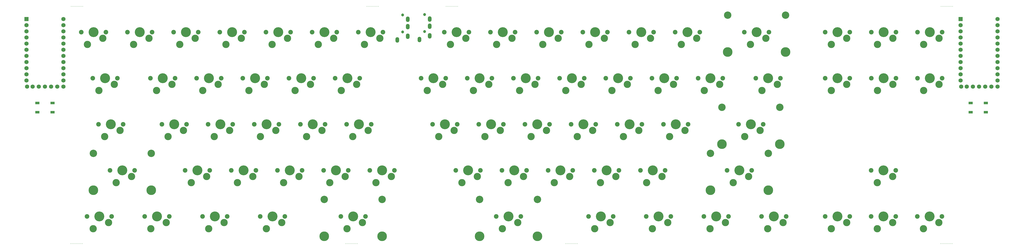
<source format=gbr>
G04 #@! TF.GenerationSoftware,KiCad,Pcbnew,(5.1.9)-1*
G04 #@! TF.CreationDate,2021-02-18T22:07:17-08:00*
G04 #@! TF.ProjectId,kujira,6b756a69-7261-42e6-9b69-6361645f7063,rev?*
G04 #@! TF.SameCoordinates,Original*
G04 #@! TF.FileFunction,Soldermask,Top*
G04 #@! TF.FilePolarity,Negative*
%FSLAX46Y46*%
G04 Gerber Fmt 4.6, Leading zero omitted, Abs format (unit mm)*
G04 Created by KiCad (PCBNEW (5.1.9)-1) date 2021-02-18 22:07:17*
%MOMM*%
%LPD*%
G01*
G04 APERTURE LIST*
%ADD10C,0.300000*%
%ADD11C,1.200000*%
%ADD12O,1.500000X2.300000*%
%ADD13R,1.700000X1.000000*%
%ADD14C,1.752600*%
%ADD15R,1.752600X1.752600*%
%ADD16C,4.100000*%
%ADD17C,1.900000*%
%ADD18C,3.000000*%
%ADD19C,3.987800*%
%ADD20C,1.750000*%
%ADD21C,3.048000*%
G04 APERTURE END LIST*
D10*
X43262500Y-133223000D03*
X42075000Y-133223000D03*
X43856250Y-133223000D03*
X42668750Y-133223000D03*
X46825000Y-133223000D03*
X46231250Y-133223000D03*
X45637500Y-133223000D03*
X45043750Y-133223000D03*
X44450000Y-133223000D03*
X156673500Y-133223000D03*
X155486000Y-133223000D03*
X157267250Y-133223000D03*
X156079750Y-133223000D03*
X160236000Y-133223000D03*
X159642250Y-133223000D03*
X159048500Y-133223000D03*
X158454750Y-133223000D03*
X157861000Y-133223000D03*
X247478500Y-133223000D03*
X246291000Y-133223000D03*
X248072250Y-133223000D03*
X246884750Y-133223000D03*
X251041000Y-133223000D03*
X250447250Y-133223000D03*
X249853500Y-133223000D03*
X249259750Y-133223000D03*
X248666000Y-133223000D03*
X402164500Y-133223000D03*
X400977000Y-133223000D03*
X402758250Y-133223000D03*
X401570750Y-133223000D03*
X405727000Y-133223000D03*
X405133250Y-133223000D03*
X404539500Y-133223000D03*
X403945750Y-133223000D03*
X403352000Y-133223000D03*
X402291500Y-35052000D03*
X401104000Y-35052000D03*
X402885250Y-35052000D03*
X401697750Y-35052000D03*
X405854000Y-35052000D03*
X405260250Y-35052000D03*
X404666500Y-35052000D03*
X404072750Y-35052000D03*
X403479000Y-35052000D03*
X198075500Y-35052000D03*
X196888000Y-35052000D03*
X198669250Y-35052000D03*
X197481750Y-35052000D03*
X201638000Y-35052000D03*
X201044250Y-35052000D03*
X200450500Y-35052000D03*
X199856750Y-35052000D03*
X199263000Y-35052000D03*
X165436500Y-35052000D03*
X164249000Y-35052000D03*
X166030250Y-35052000D03*
X164842750Y-35052000D03*
X168999000Y-35052000D03*
X168405250Y-35052000D03*
X167811500Y-35052000D03*
X167217750Y-35052000D03*
X166624000Y-35052000D03*
X43389500Y-35052000D03*
X42202000Y-35052000D03*
X43983250Y-35052000D03*
X42795750Y-35052000D03*
X46952000Y-35052000D03*
X46358250Y-35052000D03*
X45764500Y-35052000D03*
X45170750Y-35052000D03*
X44577000Y-35052000D03*
D11*
X178952000Y-38630000D03*
X178952000Y-45630000D03*
D12*
X181102000Y-40430000D03*
X181102000Y-43430000D03*
X181102000Y-47430000D03*
X176802000Y-48930000D03*
D11*
X188023500Y-38503000D03*
X188023500Y-45503000D03*
D12*
X190173500Y-40303000D03*
X190173500Y-43303000D03*
X190173500Y-47303000D03*
X185873500Y-48803000D03*
D13*
X28255000Y-75062000D03*
X34555000Y-75062000D03*
X28255000Y-78862000D03*
X34555000Y-78862000D03*
X419594500Y-78862000D03*
X413294500Y-78862000D03*
X419594500Y-75062000D03*
X413294500Y-75062000D03*
D14*
X26325000Y-68293000D03*
X28865000Y-68293000D03*
X31405000Y-68293000D03*
X33945000Y-68293000D03*
X36485000Y-68293000D03*
X39025000Y-40353000D03*
X24013600Y-68293000D03*
X39025000Y-42893000D03*
X39025000Y-45433000D03*
X39025000Y-47973000D03*
X39025000Y-50513000D03*
X39025000Y-53053000D03*
X39025000Y-55593000D03*
X39025000Y-58133000D03*
X39025000Y-60673000D03*
X39025000Y-63213000D03*
X39025000Y-65753000D03*
X39025000Y-68293000D03*
X23785000Y-65753000D03*
X23785000Y-63213000D03*
X23785000Y-60673000D03*
X23785000Y-58133000D03*
X23785000Y-55593000D03*
X23785000Y-53053000D03*
X23785000Y-50513000D03*
X23785000Y-47973000D03*
X23785000Y-45433000D03*
X23785000Y-42893000D03*
D15*
X23785000Y-40353000D03*
D16*
X132397500Y-102870000D03*
D17*
X127317500Y-102870000D03*
X137477500Y-102870000D03*
D18*
X136207500Y-105410000D03*
X129857500Y-107950000D03*
D19*
X58578750Y-83820000D03*
D20*
X63658750Y-83820000D03*
X53498750Y-83820000D03*
D16*
X58578750Y-83820000D03*
D17*
X53498750Y-83820000D03*
X63658750Y-83820000D03*
D18*
X62388750Y-86360000D03*
X56038750Y-88900000D03*
D16*
X56197500Y-64770000D03*
D17*
X51117500Y-64770000D03*
X61277500Y-64770000D03*
D18*
X60007500Y-67310000D03*
X53657500Y-69850000D03*
D16*
X396430500Y-121920000D03*
D17*
X391350500Y-121920000D03*
X401510500Y-121920000D03*
D18*
X400240500Y-124460000D03*
X393890500Y-127000000D03*
D16*
X377380500Y-121920000D03*
D17*
X372300500Y-121920000D03*
X382460500Y-121920000D03*
D18*
X381190500Y-124460000D03*
X374840500Y-127000000D03*
D16*
X358361500Y-121920000D03*
D17*
X353281500Y-121920000D03*
X363441500Y-121920000D03*
D18*
X362171500Y-124460000D03*
X355821500Y-127000000D03*
D16*
X377380500Y-102870000D03*
D17*
X372300500Y-102870000D03*
X382460500Y-102870000D03*
D18*
X381190500Y-105410000D03*
X374840500Y-107950000D03*
D16*
X396494000Y-64770000D03*
D17*
X391414000Y-64770000D03*
X401574000Y-64770000D03*
D18*
X400304000Y-67310000D03*
X393954000Y-69850000D03*
D16*
X377444000Y-64770000D03*
D17*
X372364000Y-64770000D03*
X382524000Y-64770000D03*
D18*
X381254000Y-67310000D03*
X374904000Y-69850000D03*
D16*
X358361500Y-64770000D03*
D17*
X353281500Y-64770000D03*
X363441500Y-64770000D03*
D18*
X362171500Y-67310000D03*
X355821500Y-69850000D03*
D16*
X396494000Y-45720000D03*
D17*
X391414000Y-45720000D03*
X401574000Y-45720000D03*
D18*
X400304000Y-48260000D03*
X393954000Y-50800000D03*
D16*
X377444000Y-45720000D03*
D17*
X372364000Y-45720000D03*
X382524000Y-45720000D03*
D18*
X381254000Y-48260000D03*
X374904000Y-50800000D03*
D16*
X358361500Y-45720000D03*
D17*
X353281500Y-45720000D03*
X363441500Y-45720000D03*
D18*
X362171500Y-48260000D03*
X355821500Y-50800000D03*
D16*
X122872500Y-83820000D03*
D17*
X117792500Y-83820000D03*
X127952500Y-83820000D03*
D18*
X126682500Y-86360000D03*
X120332500Y-88900000D03*
D19*
X63341250Y-102870000D03*
D20*
X58261250Y-102870000D03*
X68421250Y-102870000D03*
D21*
X51403250Y-95885000D03*
X75279250Y-95885000D03*
D19*
X51403250Y-111125000D03*
X75279250Y-111125000D03*
D16*
X63341250Y-102870000D03*
D17*
X58261250Y-102870000D03*
X68421250Y-102870000D03*
D18*
X67151250Y-105410000D03*
X60801250Y-107950000D03*
D16*
X51435000Y-45720000D03*
D17*
X46355000Y-45720000D03*
X56515000Y-45720000D03*
D18*
X55245000Y-48260000D03*
X48895000Y-50800000D03*
D19*
X284543500Y-121920000D03*
D20*
X279463500Y-121920000D03*
X289623500Y-121920000D03*
D16*
X284543500Y-121920000D03*
D17*
X279463500Y-121920000D03*
X289623500Y-121920000D03*
D18*
X288353500Y-124460000D03*
X282003500Y-127000000D03*
D16*
X272637250Y-83820000D03*
D17*
X267557250Y-83820000D03*
X277717250Y-83820000D03*
D18*
X276447250Y-86360000D03*
X270097250Y-88900000D03*
D16*
X201199750Y-45720000D03*
D17*
X196119750Y-45720000D03*
X206279750Y-45720000D03*
D18*
X205009750Y-48260000D03*
X198659750Y-50800000D03*
D19*
X325024750Y-45720000D03*
D20*
X319944750Y-45720000D03*
X330104750Y-45720000D03*
D21*
X313086750Y-38735000D03*
X336962750Y-38735000D03*
D19*
X313086750Y-53975000D03*
X336962750Y-53975000D03*
D16*
X325024750Y-45720000D03*
D17*
X319944750Y-45720000D03*
X330104750Y-45720000D03*
D18*
X328834750Y-48260000D03*
X322484750Y-50800000D03*
D19*
X322643500Y-83820000D03*
D20*
X317563500Y-83820000D03*
X327723500Y-83820000D03*
D21*
X310705500Y-76835000D03*
X334581500Y-76835000D03*
D19*
X310705500Y-92075000D03*
X334581500Y-92075000D03*
D16*
X322643500Y-83820000D03*
D17*
X317563500Y-83820000D03*
X327723500Y-83820000D03*
D18*
X326453500Y-86360000D03*
X320103500Y-88900000D03*
D16*
X329787250Y-64770000D03*
D17*
X324707250Y-64770000D03*
X334867250Y-64770000D03*
D18*
X333597250Y-67310000D03*
X327247250Y-69850000D03*
D19*
X158591250Y-121920000D03*
D20*
X153511250Y-121920000D03*
X163671250Y-121920000D03*
D21*
X146653250Y-114935000D03*
X170529250Y-114935000D03*
D19*
X146653250Y-130175000D03*
X170529250Y-130175000D03*
D16*
X158591250Y-121920000D03*
D17*
X153511250Y-121920000D03*
X163671250Y-121920000D03*
D18*
X162401250Y-124460000D03*
X156051250Y-127000000D03*
D19*
X125317250Y-121920000D03*
D20*
X120237250Y-121920000D03*
X130397250Y-121920000D03*
D16*
X125317250Y-121920000D03*
D17*
X120237250Y-121920000D03*
X130397250Y-121920000D03*
D18*
X129127250Y-124460000D03*
X122777250Y-127000000D03*
D19*
X101504750Y-121920000D03*
D20*
X96424750Y-121920000D03*
X106584750Y-121920000D03*
D16*
X101504750Y-121920000D03*
D17*
X96424750Y-121920000D03*
X106584750Y-121920000D03*
D18*
X105314750Y-124460000D03*
X98964750Y-127000000D03*
D19*
X77628750Y-121920000D03*
D20*
X72548750Y-121920000D03*
X82708750Y-121920000D03*
D16*
X77628750Y-121920000D03*
D17*
X72548750Y-121920000D03*
X82708750Y-121920000D03*
D18*
X81438750Y-124460000D03*
X75088750Y-127000000D03*
D19*
X53816250Y-121920000D03*
D20*
X48736250Y-121920000D03*
X58896250Y-121920000D03*
D16*
X53816250Y-121920000D03*
D17*
X48736250Y-121920000D03*
X58896250Y-121920000D03*
D18*
X57626250Y-124460000D03*
X51276250Y-127000000D03*
D19*
X332168500Y-121920000D03*
D20*
X327088500Y-121920000D03*
X337248500Y-121920000D03*
D16*
X332168500Y-121920000D03*
D17*
X327088500Y-121920000D03*
X337248500Y-121920000D03*
D18*
X335978500Y-124460000D03*
X329628500Y-127000000D03*
D19*
X308356000Y-121920000D03*
D20*
X303276000Y-121920000D03*
X313436000Y-121920000D03*
D16*
X308356000Y-121920000D03*
D17*
X303276000Y-121920000D03*
X313436000Y-121920000D03*
D18*
X312166000Y-124460000D03*
X305816000Y-127000000D03*
D16*
X170497500Y-102870000D03*
D17*
X165417500Y-102870000D03*
X175577500Y-102870000D03*
D18*
X174307500Y-105410000D03*
X167957500Y-107950000D03*
D16*
X151447500Y-102870000D03*
D17*
X146367500Y-102870000D03*
X156527500Y-102870000D03*
D18*
X155257500Y-105410000D03*
X148907500Y-107950000D03*
D16*
X282162250Y-102870000D03*
D17*
X277082250Y-102870000D03*
X287242250Y-102870000D03*
D18*
X285972250Y-105410000D03*
X279622250Y-107950000D03*
D16*
X263112250Y-102870000D03*
D17*
X258032250Y-102870000D03*
X268192250Y-102870000D03*
D18*
X266922250Y-105410000D03*
X260572250Y-107950000D03*
D16*
X225012250Y-102870000D03*
D17*
X219932250Y-102870000D03*
X230092250Y-102870000D03*
D18*
X228822250Y-105410000D03*
X222472250Y-107950000D03*
D16*
X205962250Y-102870000D03*
D17*
X200882250Y-102870000D03*
X211042250Y-102870000D03*
D18*
X209772250Y-105410000D03*
X203422250Y-107950000D03*
D16*
X160972500Y-83820000D03*
D17*
X155892500Y-83820000D03*
X166052500Y-83820000D03*
D18*
X164782500Y-86360000D03*
X158432500Y-88900000D03*
D16*
X141922500Y-83820000D03*
D17*
X136842500Y-83820000D03*
X147002500Y-83820000D03*
D18*
X145732500Y-86360000D03*
X139382500Y-88900000D03*
D16*
X103822500Y-83820000D03*
D17*
X98742500Y-83820000D03*
X108902500Y-83820000D03*
D18*
X107632500Y-86360000D03*
X101282500Y-88900000D03*
D16*
X84772500Y-83820000D03*
D17*
X79692500Y-83820000D03*
X89852500Y-83820000D03*
D18*
X88582500Y-86360000D03*
X82232500Y-88900000D03*
D16*
X291687250Y-83820000D03*
D17*
X286607250Y-83820000D03*
X296767250Y-83820000D03*
D18*
X295497250Y-86360000D03*
X289147250Y-88900000D03*
D16*
X253587250Y-83820000D03*
D17*
X248507250Y-83820000D03*
X258667250Y-83820000D03*
D18*
X257397250Y-86360000D03*
X251047250Y-88900000D03*
D16*
X196437250Y-83820000D03*
D17*
X191357250Y-83820000D03*
X201517250Y-83820000D03*
D18*
X200247250Y-86360000D03*
X193897250Y-88900000D03*
D16*
X156210000Y-64770000D03*
D17*
X151130000Y-64770000D03*
X161290000Y-64770000D03*
D18*
X160020000Y-67310000D03*
X153670000Y-69850000D03*
D16*
X137160000Y-64770000D03*
D17*
X132080000Y-64770000D03*
X142240000Y-64770000D03*
D18*
X140970000Y-67310000D03*
X134620000Y-69850000D03*
D16*
X118110000Y-64770000D03*
D17*
X113030000Y-64770000D03*
X123190000Y-64770000D03*
D18*
X121920000Y-67310000D03*
X115570000Y-69850000D03*
D16*
X99060000Y-64770000D03*
D17*
X93980000Y-64770000D03*
X104140000Y-64770000D03*
D18*
X102870000Y-67310000D03*
X96520000Y-69850000D03*
D16*
X80010000Y-64770000D03*
D17*
X74930000Y-64770000D03*
X85090000Y-64770000D03*
D18*
X83820000Y-67310000D03*
X77470000Y-69850000D03*
D16*
X286924750Y-64770000D03*
D17*
X281844750Y-64770000D03*
X292004750Y-64770000D03*
D18*
X290734750Y-67310000D03*
X284384750Y-69850000D03*
D16*
X248824750Y-64770000D03*
D17*
X243744750Y-64770000D03*
X253904750Y-64770000D03*
D18*
X252634750Y-67310000D03*
X246284750Y-69850000D03*
D16*
X229774750Y-64770000D03*
D17*
X224694750Y-64770000D03*
X234854750Y-64770000D03*
D18*
X233584750Y-67310000D03*
X227234750Y-69850000D03*
D16*
X210724750Y-64770000D03*
D17*
X205644750Y-64770000D03*
X215804750Y-64770000D03*
D18*
X214534750Y-67310000D03*
X208184750Y-69850000D03*
D16*
X191674750Y-64770000D03*
D17*
X186594750Y-64770000D03*
X196754750Y-64770000D03*
D18*
X195484750Y-67310000D03*
X189134750Y-69850000D03*
D16*
X108585000Y-45720000D03*
D17*
X103505000Y-45720000D03*
X113665000Y-45720000D03*
D18*
X112395000Y-48260000D03*
X106045000Y-50800000D03*
D16*
X89535000Y-45720000D03*
D17*
X84455000Y-45720000D03*
X94615000Y-45720000D03*
D18*
X93345000Y-48260000D03*
X86995000Y-50800000D03*
D16*
X70485000Y-45720000D03*
D17*
X65405000Y-45720000D03*
X75565000Y-45720000D03*
D18*
X74295000Y-48260000D03*
X67945000Y-50800000D03*
D16*
X296449750Y-45720000D03*
D17*
X291369750Y-45720000D03*
X301529750Y-45720000D03*
D18*
X300259750Y-48260000D03*
X293909750Y-50800000D03*
D16*
X277399750Y-45720000D03*
D17*
X272319750Y-45720000D03*
X282479750Y-45720000D03*
D18*
X281209750Y-48260000D03*
X274859750Y-50800000D03*
D16*
X239299750Y-45720000D03*
D17*
X234219750Y-45720000D03*
X244379750Y-45720000D03*
D18*
X243109750Y-48260000D03*
X236759750Y-50800000D03*
D16*
X165735000Y-45720000D03*
D17*
X160655000Y-45720000D03*
X170815000Y-45720000D03*
D18*
X169545000Y-48260000D03*
X163195000Y-50800000D03*
D19*
X317881000Y-102870000D03*
D20*
X312801000Y-102870000D03*
X322961000Y-102870000D03*
D21*
X305943000Y-95885000D03*
X329819000Y-95885000D03*
D19*
X305943000Y-111125000D03*
X329819000Y-111125000D03*
D16*
X317881000Y-102870000D03*
D17*
X312801000Y-102870000D03*
X322961000Y-102870000D03*
D18*
X321691000Y-105410000D03*
X315341000Y-107950000D03*
D14*
X411697500Y-68293000D03*
X414237500Y-68293000D03*
X416777500Y-68293000D03*
X419317500Y-68293000D03*
X421857500Y-68293000D03*
X424397500Y-40353000D03*
X409386100Y-68293000D03*
X424397500Y-42893000D03*
X424397500Y-45433000D03*
X424397500Y-47973000D03*
X424397500Y-50513000D03*
X424397500Y-53053000D03*
X424397500Y-55593000D03*
X424397500Y-58133000D03*
X424397500Y-60673000D03*
X424397500Y-63213000D03*
X424397500Y-65753000D03*
X424397500Y-68293000D03*
X409157500Y-65753000D03*
X409157500Y-63213000D03*
X409157500Y-60673000D03*
X409157500Y-58133000D03*
X409157500Y-55593000D03*
X409157500Y-53053000D03*
X409157500Y-50513000D03*
X409157500Y-47973000D03*
X409157500Y-45433000D03*
X409157500Y-42893000D03*
D15*
X409157500Y-40353000D03*
D19*
X222631000Y-121920000D03*
D20*
X217551000Y-121920000D03*
X227711000Y-121920000D03*
D21*
X210693000Y-114935000D03*
X234569000Y-114935000D03*
D19*
X210693000Y-130175000D03*
X234569000Y-130175000D03*
D16*
X222631000Y-121920000D03*
D17*
X217551000Y-121920000D03*
X227711000Y-121920000D03*
D18*
X226441000Y-124460000D03*
X220091000Y-127000000D03*
D19*
X260731000Y-121920000D03*
D20*
X255651000Y-121920000D03*
X265811000Y-121920000D03*
D16*
X260731000Y-121920000D03*
D17*
X255651000Y-121920000D03*
X265811000Y-121920000D03*
D18*
X264541000Y-124460000D03*
X258191000Y-127000000D03*
D16*
X113347500Y-102870000D03*
D17*
X108267500Y-102870000D03*
X118427500Y-102870000D03*
D18*
X117157500Y-105410000D03*
X110807500Y-107950000D03*
D16*
X94297500Y-102870000D03*
D17*
X89217500Y-102870000D03*
X99377500Y-102870000D03*
D18*
X98107500Y-105410000D03*
X91757500Y-107950000D03*
D16*
X244062250Y-102870000D03*
D17*
X238982250Y-102870000D03*
X249142250Y-102870000D03*
D18*
X247872250Y-105410000D03*
X241522250Y-107950000D03*
D16*
X234537250Y-83820000D03*
D17*
X229457250Y-83820000D03*
X239617250Y-83820000D03*
D18*
X238347250Y-86360000D03*
X231997250Y-88900000D03*
D16*
X215487250Y-83820000D03*
D17*
X210407250Y-83820000D03*
X220567250Y-83820000D03*
D18*
X219297250Y-86360000D03*
X212947250Y-88900000D03*
D16*
X305974750Y-64770000D03*
D17*
X300894750Y-64770000D03*
X311054750Y-64770000D03*
D18*
X309784750Y-67310000D03*
X303434750Y-69850000D03*
D16*
X267874750Y-64770000D03*
D17*
X262794750Y-64770000D03*
X272954750Y-64770000D03*
D18*
X271684750Y-67310000D03*
X265334750Y-69850000D03*
D16*
X146685000Y-45720000D03*
D17*
X141605000Y-45720000D03*
X151765000Y-45720000D03*
D18*
X150495000Y-48260000D03*
X144145000Y-50800000D03*
D16*
X127635000Y-45720000D03*
D17*
X122555000Y-45720000D03*
X132715000Y-45720000D03*
D18*
X131445000Y-48260000D03*
X125095000Y-50800000D03*
D16*
X258349750Y-45720000D03*
D17*
X253269750Y-45720000D03*
X263429750Y-45720000D03*
D18*
X262159750Y-48260000D03*
X255809750Y-50800000D03*
D16*
X220249750Y-45720000D03*
D17*
X215169750Y-45720000D03*
X225329750Y-45720000D03*
D18*
X224059750Y-48260000D03*
X217709750Y-50800000D03*
M02*

</source>
